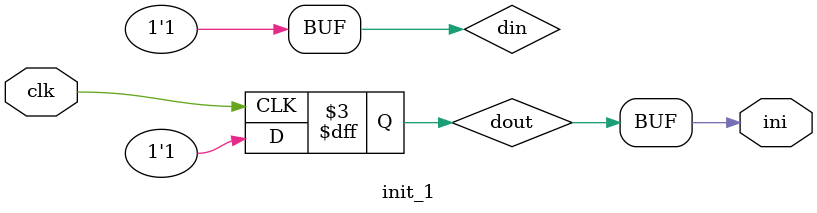
<source format=v>
module init_1(input wire clk, output wire ini);
wire din;
reg dout = 0;
always @(posedge(clk))
  dout <= din;
assign din = 1;
assign ini = dout;
endmodule
</source>
